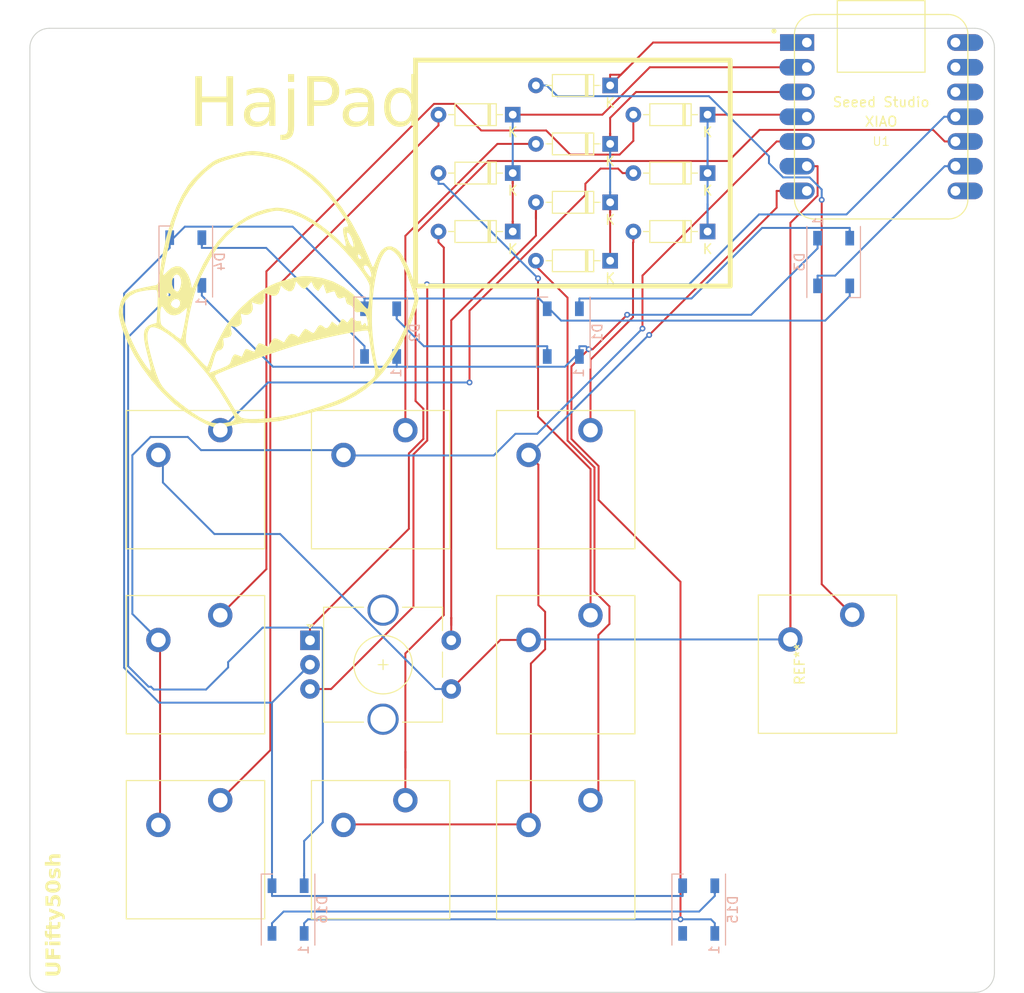
<source format=kicad_pcb>
(kicad_pcb (version 20240108) (generator "pcbnew") (generator_version "8.0")
  (layers (0 "F.Cu" signal) (31 "B.Cu" signal) (34 "B.Paste" user) (35 "F.Paste" user) (36 "B.SilkS" user "B.Silkscreen") (37 "F.SilkS" user "F.Silkscreen") (38 "B.Mask" user) (39 "F.Mask" user) (44 "Edge.Cuts" user))
  (net 0 "")
  (net 1 "VCC")
  (net 2 "WS2812B")
  (net 3 "Net-(D1-DOUT)")
  (net 4 "GND")
  (net 5 "Net-(D2-DOUT)")
  (net 6 "ROW0")
  (net 7 "Net-(D5-A)")
  (net 8 "ROW1")
  (net 9 "Net-(D6-A)")
  (net 10 "Net-(D7-A)")
  (net 11 "ROW2")
  (net 12 "Net-(D8-A)")
  (net 13 "RES2")
  (net 14 "Net-(D10-A)")
  (net 15 "Net-(D11-A)")
  (net 16 "ROW3")
  (net 17 "Net-(D12-A)")
  (net 18 "Net-(D13-A)")
  (net 19 "Net-(D14-A)")
  (net 20 "REA")
  (net 21 "COL1")
  (net 22 "REB")
  (net 23 "COL0")
  (net 24 "COL2")
  (net 29 "Net-(D15-DIN)")
  (net 30 "Net-(D1-DIN)")
  (net 31 "Net-(D16-DIN)")
  (footprint "PCM_Switch_Keyboard_Cherry_MX:SW_Cherry_MX_PCB_1.00u" (layer "F.Cu") (at 112.0145 98.982)
    (property "Reference" "SW5" (hide yes))
    (property "Value" "SW_Push_45deg")
  )
  (footprint "Diode_THT:D_DO-35_SOD27_P7.62mm_Horizontal" (layer "F.Cu") (at 144.5745 73.5 180)
    (property "Reference" "D13" (hide yes))
    (property "Value" "1N4148")
  )
  (footprint "Seeed_Studio_XIAO_Series:XIAO-Generic-Hybrid-14P-2.54-21X17.8MM" (layer "F.Cu") (at 182.3895 61.712)
    (property "Reference" "U1")
    (property "Value" "Seeed Studio XIAO SAMD21" (hide yes))
  )
  (footprint "LOGO" (layer "F.Cu") (at 119.9 77.1 15)
    (property "Reference" "G***" (hide yes))
    (property "Value" "LOGO" (hide yes))
  )
  (footprint "Diode_THT:D_DO-35_SOD27_P7.62mm_Horizontal" (layer "F.Cu") (at 164.5745 67.5 180)
    (property "Reference" "D6" (hide yes))
    (property "Value" "1N4148")
  )
  (footprint "MountingHole:MountingHole_2.1mm" (layer "F.Cu") (at 189 146.4)
    (property "Reference" "REF**" (hide yes))
    (property "Value" "MountingHole_2.1mm")
  )
  (footprint "Diode_THT:D_DO-35_SOD27_P7.62mm_Horizontal" (layer "F.Cu") (at 154.5745 70.5 180)
    (property "Reference" "D9" (hide yes))
    (property "Value" "1N4148" (hide yes))
  )
  (footprint "Rotary_Encoder:RotaryEncoder_Alps_EC11E-Switch_Vertical_H20mm_CircularMountingHoles" (layer "F.Cu") (at 123.7645 115.482)
    (property "Reference" "SW1" (hide yes))
    (property "Value" "RotaryEncoder_Switch")
  )
  (footprint "Diode_THT:D_DO-35_SOD27_P7.62mm_Horizontal" (layer "F.Cu") (at 144.5745 61.5 180)
    (property "Reference" "D11" (hide yes))
    (property "Value" "1N4148")
  )
  (footprint "PCM_Switch_Keyboard_Cherry_MX:SW_Cherry_MX_PCB_1.00u" (layer "F.Cu") (at 131.0145 98.982)
    (property "Reference" "SW3" (hide yes))
    (property "Value" "SW_Push_45deg")
  )
  (footprint "PCM_Switch_Keyboard_Cherry_MX:SW_Cherry_MX_PCB_1.00u" (layer "F.Cu") (at 131.0145 136.982)
    (property "Reference" "SW10" (hide yes))
    (property "Value" "SW_Push_45deg")
  )
  (footprint "PCM_Switch_Keyboard_Cherry_MX:SW_Cherry_MX_PCB_1.00u" (layer "F.Cu") (at 150.0145 136.982)
    (property "Reference" "SW9" (hide yes))
    (property "Value" "SW_Push_45deg")
  )
  (footprint "PCM_Switch_Keyboard_Cherry_MX:SW_Cherry_MX_PCB_1.00u" (layer "F.Cu") (at 112.0145 136.982)
    (property "Reference" "SW4" (hide yes))
    (property "Value" "SW_Push_45deg")
  )
  (footprint "MountingHole:MountingHole_2.1mm" (layer "F.Cu") (at 100 57.7)
    (property "Reference" "REF**" (hide yes))
    (property "Value" "MountingHole_2.1mm")
  )
  (footprint "PCM_Switch_Keyboard_Cherry_MX:SW_Cherry_MX_PCB_1.00u" (layer "F.Cu") (at 112.0145 117.982)
    (property "Reference" "SW2" (hide yes))
    (property "Value" "SW_Push_45deg")
  )
  (footprint "Diode_THT:D_DO-35_SOD27_P7.62mm_Horizontal" (layer "F.Cu") (at 164.5745 73.5 180)
    (property "Reference" "D7" (hide yes))
    (property "Value" "1N4148")
  )
  (footprint "PCM_Switch_Keyboard_Cherry_MX:SW_Cherry_MX_PCB_1.00u" (layer "F.Cu") (at 150.0145 117.982)
    (property "Reference" "SW6" (hide yes))
    (property "Value" "SW_Push_45deg")
  )
  (footprint "Diode_THT:D_DO-35_SOD27_P7.62mm_Horizontal" (layer "F.Cu") (at 164.5745 61.5 180)
    (property "Reference" "D5" (hide yes))
    (property "Value" "1N4148")
  )
  (footprint "PCM_Switch_Keyboard_Cherry_MX:SW_Cherry_MX_PCB_3.00u_90deg" (layer "F.Cu") (at 176.8845 117.932)
    (property "Reference" "SW7" (hide yes))
    (property "Value" "SW_Push_45deg")
  )
  (footprint "Diode_THT:D_DO-35_SOD27_P7.62mm_Horizontal" (layer "F.Cu") (at 144.5745 67.5 180)
    (property "Reference" "D12" (hide yes))
    (property "Value" "1N4148")
  )
  (footprint "PCM_Switch_Keyboard_Cherry_MX:SW_Cherry_MX_PCB_1.00u" (layer "F.Cu") (at 150.0145 98.982)
    (property "Reference" "SW8" (hide yes))
    (property "Value" "SW_Push_45deg")
  )
  (footprint "Diode_THT:D_DO-35_SOD27_P7.62mm_Horizontal" (layer "F.Cu") (at 154.5745 58.5 180)
    (property "Reference" "D14" (hide yes))
    (property "Value" "1N4148")
  )
  (footprint "MountingHole:MountingHole_2.1mm" (layer "F.Cu") (at 100 146.7)
    (property "Reference" "REF**" (hide yes))
    (property "Value" "MountingHole_2.1mm")
  )
  (footprint "Diode_THT:D_DO-35_SOD27_P7.62mm_Horizontal" (layer "F.Cu") (at 154.5745 64.5 180)
    (property "Reference" "D8" (hide yes))
    (property "Value" "1N4148")
  )
  (footprint "Diode_THT:D_DO-35_SOD27_P7.62mm_Horizontal" (layer "F.Cu") (at 154.5745 76.5 180)
    (property "Reference" "D10" (hide yes))
    (property "Value" "1N4148")
  )
  (footprint "PCM_Mounting_Keyboard_Stabilizer:Stabilizer_Cherry_MX_3.00u" (layer "F.Cu") (at 176.029551 117.932 90)
    (property "Reference" "REF**")
    (property "Value" "Stabilizer_Cherry_MX_3.00u")
  )
  (footprint "LED_SMD:LED_WS2812B_PLCC4_5.0x5.0mm_P3.2mm" (layer "B.Cu") (at 149.7645 83.882 90)
    (property "Reference" "D1")
    (property "Value" "WS2812B" (hide yes))
  )
  (footprint "LED_SMD:LED_WS2812B_PLCC4_5.0x5.0mm_P3.2mm" (layer "B.Cu") (at 131.0145 83.882 90)
    (property "Reference" "D2")
    (property "Value" "WS2812B" (hide yes))
  )
  (footprint "LED_SMD:LED_WS2812B_PLCC4_5.0x5.0mm_P3.2mm" (layer "B.Cu") (at 177.5145 76.632 -90)
    (property "Reference" "D3")
    (property "Value" "WS2812B" (hide yes))
  )
  (footprint "LED_SMD:LED_WS2812B_PLCC4_5.0x5.0mm_P3.2mm" (layer "B.Cu") (at 163.6645 143.132 90)
    (property "Reference" "D15")
    (property "Value" "WS2812B" (hide yes))
  )
  (footprint "LED_SMD:LED_WS2812B_PLCC4_5.0x5.0mm_P3.2mm" (layer "B.Cu") (at 111.0145 76.582 90)
    (property "Reference" "D4")
    (property "Value" "WS2812B" (hide yes))
  )
  (footprint "LED_SMD:LED_WS2812B_PLCC4_5.0x5.0mm_P3.2mm" (layer "B.Cu") (at 121.5145 143.132 90)
    (property "Reference" "D16")
    (property "Value" "WS2812B" (hide yes))
  )
  (gr_rect (start 134.6 55.9) (end 166.9 79.1) (stroke (width 0.5)) (fill none) (layer "F.SilkS"))
  (gr_arc (start 97.0145 151.632015) (mid 95.600286 151.046229) (end 95.0145 149.632015) (stroke (width 0.1)) (layer "Edge.Cuts"))
  (gr_arc (start 95.0145 54.632015) (mid 95.600281 53.217792) (end 97.0145 52.632015) (stroke (width 0.1)) (layer "Edge.Cuts"))
  (gr_arc (start 192.0145 52.632015) (mid 193.428714 53.217801) (end 194.0145 54.632015) (stroke (width 0.1)) (layer "Edge.Cuts"))
  (gr_line (start 194.0145 54.632015) (end 194.0145 149.632015) (stroke (width 0.1)) (layer "Edge.Cuts"))
  (gr_arc (start 194.0145 149.632015) (mid 193.428708 151.046219) (end 192.0145 151.632015) (stroke (width 0.1)) (layer "Edge.Cuts"))
  (gr_line (start 192.0145 151.632015) (end 97.0145 151.632015) (stroke (width 0.1)) (layer "Edge.Cuts"))
  (gr_line (start 97.0145 52.632015) (end 192.0145 52.632015) (stroke (width 0.1)) (layer "Edge.Cuts"))
  (gr_line (start 95.0145 149.632015) (end 95.0145 54.632015) (stroke (width 0.1)) (layer "Edge.Cuts"))
  (gr_text "HajPad" (at 111.3 63.5 0) (layer "F.SilkS") (effects (font (size 5 5) (thickness 0.1)) (justify left bottom)))
  (gr_text "UFifty50sh" (at 98.4 150.1 90) (layer "F.SilkS") (effects (font (size 1.5 1.5) (thickness 0.3) (bold yes)) (justify left bottom)))
  (segment (start 153.387 101.068) (end 153.387 97.587) (width 0.2) (layer "F.Cu") (net 1))
  (segment (start 153.387 97.587) (end 150.6 94.8) (width 0.2) (layer "F.Cu") (net 1))
  (segment (start 150.6 94.8) (end 150.6 87.358) (width 0.2) (layer "F.Cu") (net 1))
  (segment (start 150.6 87.358) (end 152.371 85.587) (width 0.2) (layer "F.Cu") (net 1))
  (segment (start 152.371 85.587) (end 152.779 85.587) (width 0.2) (layer "F.Cu") (net 1))
  (segment (start 161.793 144.132) (end 161.793 109.474) (width 0.2) (layer "F.Cu") (net 1))
  (segment (start 152.779 85.587) (end 156.32 82.0461) (width 0.2) (layer "F.Cu") (net 1))
  (segment (start 161.793 109.474) (end 153.387 101.068) (width 0.2) (layer "F.Cu") (net 1))
  (via (at 152.371 85.587) (size 0.6) (drill 0.3) (layers "F.Cu" "B.Cu") (net 1))
  (via (at 161.793 144.132) (size 0.6) (drill 0.3) (layers "F.Cu" "B.Cu") (net 1))
  (via (at 156.32 82.0461) (size 0.6) (drill 0.3) (layers "F.Cu" "B.Cu") (net 1))
  (segment (start 151.414 85.907) (end 151.414 85.2803) (width 0.2) (layer "B.Cu") (net 1))
  (segment (start 132.6645 86.332) (end 132.664 86.3325) (width 0.2) (layer "B.Cu") (net 1))
  (segment (start 112.664 79.0325) (end 112.664 79.5578) (width 0.2) (layer "B.Cu") (net 1))
  (segment (start 123.164 145.5815) (end 123.164 145.056) (width 0.2) (layer "B.Cu") (net 1))
  (segment (start 151.4145 86.0137) (end 151.4145 86.332) (width 0.2) (layer "B.Cu") (net 1))
  (segment (start 175.864 74.1825) (end 175.864 74.7078) (width 0.2) (layer "B.Cu") (net 1))
  (segment (start 132.664 87.3837) (end 149.938 87.3837) (width 0.2) (layer "B.Cu") (net 1))
  (segment (start 165.3145 145.582) (end 165.314 145.5815) (width 0.2) (layer "B.Cu") (net 1))
  (segment (start 151.414 85.907) (end 151.414 86.0132) (width 0.2) (layer "B.Cu") (net 1))
  (segment (start 175.864 75.2337) (end 175.864 74.7078) (width 0.2) (layer "B.Cu") (net 1))
  (segment (start 164.917 144.132) (end 165.314 144.53) (width 0.2) (layer "B.Cu") (net 1))
  (segment (start 151.414 86.0132) (end 151.414 86.1195) (width 0.2) (layer "B.Cu") (net 1))
  (segment (start 123.164 144.53) (end 123.164 145.056) (width 0.2) (layer "B.Cu") (net 1))
  (segment (start 161.793 144.132) (end 123.562 144.132) (width 0.2) (layer "B.Cu") (net 1))
  (segment (start 169.052 82.0461) (end 175.864 75.2337) (width 0.2) (layer "B.Cu") (net 1))
  (segment (start 123.1645 145.582) (end 123.164 145.5815) (width 0.2) (layer "B.Cu") (net 1))
  (segment (start 132.664 87.3837) (end 119.964 87.3837) (width 0.2) (layer "B.Cu") (net 1))
  (segment (start 152.064 85.2803) (end 152.371 85.587) (width 0.2) (layer "B.Cu") (net 1))
  (segment (start 112.6645 79.032) (end 112.664 79.0325) (width 0.2) (layer "B.Cu") (net 1))
  (segment (start 119.964 87.3837) (end 112.664 80.0837) (width 0.2) (layer "B.Cu") (net 1))
  (segment (start 151.414 86.0132) (end 151.4145 86.0137) (width 0.2) (layer "B.Cu") (net 1))
  (segment (start 165.314 144.53) (end 165.314 145.056) (width 0.2) (layer "B.Cu") (net 1))
  (segment (start 112.664 80.0837) (end 112.664 79.5578) (width 0.2) (layer "B.Cu") (net 1))
  (segment (start 149.938 87.3837) (end 151.414 85.907) (width 0.2) (layer "B.Cu") (net 1))
  (segment (start 156.32 82.0461) (end 169.052 82.0461) (width 0.2) (layer "B.Cu") (net 1))
  (segment (start 175.8645 74.182) (end 175.864 74.1825) (width 0.2) (layer "B.Cu") (net 1))
  (segment (start 161.793 144.132) (end 164.917 144.132) (width 0.2) (layer "B.Cu") (net 1))
  (segment (start 165.314 145.5815) (end 165.314 145.056) (width 0.2) (layer "B.Cu") (net 1))
  (segment (start 132.664 87.3837) (end 132.664 86.8578) (width 0.2) (layer "B.Cu") (net 1))
  (segment (start 151.414 85.2803) (end 152.064 85.2803) (width 0.2) (layer "B.Cu") (net 1))
  (segment (start 123.562 144.132) (end 123.164 144.53) (width 0.2) (layer "B.Cu") (net 1))
  (segment (start 132.664 86.3325) (end 132.664 86.8578) (width 0.2) (layer "B.Cu") (net 1))
  (segment (start 177.674 78.0303) (end 175.864 78.0303) (width 0.2) (layer "B.Cu") (net 2))
  (segment (start 175.864 78.0303) (end 175.864 78.2932) (width 0.2) (layer "B.Cu") (net 2))
  (segment (start 188.913 66.792) (end 177.674 78.0303) (width 0.2) (layer "B.Cu") (net 2))
  (segment (start 175.864 78.2932) (end 175.864 78.5561) (width 0.2) (layer "B.Cu") (net 2))
  (segment (start 175.864 78.2932) (end 175.8645 78.2937) (width 0.2) (layer "B.Cu") (net 2))
  (segment (start 175.8645 78.2937) (end 175.8645 79.082) (width 0.2) (layer "B.Cu") (net 2))
  (segment (start 190.014 66.792) (end 188.913 66.792) (width 0.2) (layer "B.Cu") (net 2))
  (segment (start 190.014 66.792) (end 190.0145 66.792) (width 0.2) (layer "B.Cu") (net 2))
  (segment (start 148.114 85.5432) (end 148.1145 85.5437) (width 0.2) (layer "B.Cu") (net 3))
  (segment (start 132.6645 82.2202) (end 132.6645 81.432) (width 0.2) (layer "B.Cu") (net 3))
  (segment (start 132.664 82.2207) (end 132.6645 82.2202) (width 0.2) (layer "B.Cu") (net 3))
  (segment (start 135.461 85.2803) (end 132.664 82.4837) (width 0.2) (layer "B.Cu") (net 3))
  (segment (start 132.664 82.2207) (end 132.664 81.9578) (width 0.2) (layer "B.Cu") (net 3))
  (segment (start 132.664 82.4837) (end 132.664 82.2207) (width 0.2) (layer "B.Cu") (net 3))
  (segment (start 148.114 85.8061) (end 148.114 85.5432) (width 0.2) (layer "B.Cu") (net 3))
  (segment (start 148.1145 85.5437) (end 148.1145 86.332) (width 0.2) (layer "B.Cu") (net 3))
  (segment (start 148.114 85.5432) (end 148.114 85.2803) (width 0.2) (layer "B.Cu") (net 3))
  (segment (start 148.114 85.2803) (end 135.461 85.2803) (width 0.2) (layer "B.Cu") (net 3))
  (segment (start 129.366 80.3803) (end 129.364 80.3818) (width 0.2) (layer "B.Cu") (net 4))
  (segment (start 109.3645 74.132) (end 109.364 74.1325) (width 0.2) (layer "B.Cu") (net 4))
  (segment (start 179.164 79.0825) (end 179.164 79.6078) (width 0.2) (layer "B.Cu") (net 4))
  (segment (start 148.1145 81.2731) (end 148.1145 81.432) (width 0.2) (layer "B.Cu") (net 4))
  (segment (start 162.014 141.734) (end 162.014 141.208) (width 0.2) (layer "B.Cu") (net 4))
  (segment (start 108.272 121.882) (end 119.864 121.882) (width 0.2) (layer "B.Cu") (net 4))
  (segment (start 122.714 119.032) (end 123.064 118.682) (width 0.2) (layer "B.Cu") (net 4))
  (segment (start 179.164 80.1337) (end 179.164 79.6078) (width 0.2) (layer "B.Cu") (net 4))
  (segment (start 129.364 81.4315) (end 129.364 80.9069) (width 0.2) (layer "B.Cu") (net 4))
  (segment (start 119.864 139.971) (end 119.864 140.3265) (width 0.2) (layer "B.Cu") (net 4))
  (segment (start 109.364 74.1325) (end 109.364 74.3445) (width 0.2) (layer "B.Cu") (net 4))
  (segment (start 104.686 118.297) (end 108.272 121.882) (width 0.2) (layer "B.Cu") (net 4))
  (segment (start 148.114 81.2195) (end 148.114 81.2726) (width 0.2) (layer "B.Cu") (net 4))
  (segment (start 109.364 74.557) (end 109.364 75.1837) (width 0.2) (layer "B.Cu") (net 4))
  (segment (start 104.686 79.8617) (end 104.686 118.297) (width 0.2) (layer "B.Cu") (net 4))
  (segment (start 119.864 139.97) (end 119.864 121.882) (width 0.2) (layer "B.Cu") (net 4))
  (segment (start 147.275 80.3803) (end 129.366 80.3803) (width 0.2) (layer "B.Cu") (net 4))
  (segment (start 148.114 81.2195) (end 147.275 80.3803) (width 0.2) (layer "B.Cu") (net 4))
  (segment (start 109.364 75.1837) (end 104.686 79.8617) (width 0.2) (layer "B.Cu") (net 4))
  (segment (start 148.114 81.2726) (end 148.114 81.3257) (width 0.2) (layer "B.Cu") (net 4))
  (segment (start 122.7145 119.032) (end 123.7645 117.982) (width 0.2) (layer "B.Cu") (net 4))
  (segment (start 129.364 80.9069) (end 129.364 80.3818) (width 0.2) (layer "B.Cu") (net 4))
  (segment (start 162.0145 140.682) (end 162.014 140.6825) (width 0.2) (layer "B.Cu") (net 4))
  (segment (start 119.864 140.3265) (end 119.864 140.682) (width 0.2) (layer "B.Cu") (net 4))
  (segment (start 119.864 121.882) (end 122.714 119.032) (width 0.2) (layer "B.Cu") (net 4))
  (segment (start 148.114 81.2195) (end 149.543 82.6478) (width 0.2) (layer "B.Cu") (net 4))
  (segment (start 148.114 81.2726) (end 148.1145 81.2731) (width 0.2) (layer "B.Cu") (net 4))
  (segment (start 129.364 80.3803) (end 121.986 73.0016) (width 0.2) (layer "B.Cu") (net 4))
  (segment (start 119.864 139.971) (end 119.864 139.97) (width 0.2) (layer "B.Cu") (net 4))
  (segment (start 121.986 73.0016) (end 110.92 73.0016) (width 0.2) (layer "B.Cu") (net 4))
  (segment (start 122.714 119.032) (end 122.7145 119.032) (width 0.2) (layer "B.Cu") (net 4))
  (segment (start 129.3645 81.432) (end 129.364 81.4315) (width 0.2) (layer "B.Cu") (net 4))
  (segment (start 149.543 82.6478) (end 176.65 82.6478) (width 0.2) (layer "B.Cu") (net 4))
  (segment (start 119.864 140.3265) (end 119.864 139.971) (width 0.2) (layer "B.Cu") (net 4))
  (segment (start 119.864 140.682) (end 119.864 141.734) (width 0.2) (layer "B.Cu") (net 4))
  (segment (start 110.92 73.0016) (end 109.364 74.557) (width 0.2) (layer "B.Cu") (net 4))
  (segment (start 119.8645 140.327) (end 119.8645 140.682) (width 0.2) (layer "B.Cu") (net 4))
  (segment (start 129.364 80.3818) (end 129.364 80.3803) (width 0.2) (layer "B.Cu") (net 4))
  (segment (start 119.864 140.682) (end 119.864 140.3265) (width 0.2) (layer "B.Cu") (net 4))
  (segment (start 176.65 82.6478) (end 179.164 80.1337) (width 0.2) (layer "B.Cu") (net 4))
  (segment (start 119.864 140.3265) (end 119.8645 140.327) (width 0.2) (layer "B.Cu") (net 4))
  (segment (start 119.864 141.734) (end 162.014 141.734) (width 0.2) (layer "B.Cu") (net 4))
  (segment (start 119.864 139.97) (end 119.864 139.971) (width 0.2) (layer "B.Cu") (net 4))
  (segment (start 109.364 74.557) (end 109.364 74.3445) (width 0.2) (layer "B.Cu") (net 4))
  (segment (start 162.014 140.6825) (end 162.014 141.208) (width 0.2) (layer "B.Cu") (net 4))
  (segment (start 179.1645 79.082) (end 179.164 79.0825) (width 0.2) (layer "B.Cu") (net 4))
  (segment (start 112.6645 74.9202) (end 112.6645 74.132) (width 0.2) (layer "B.Cu") (net 5))
  (segment (start 112.664 74.6578) (end 112.664 74.9207) (width 0.2) (layer "B.Cu") (net 5))
  (segment (start 129.364 85.5432) (end 129.3645 85.5437) (width 0.2) (layer "B.Cu") (net 5))
  (segment (start 129.364 85.5432) (end 129.364 85.8061) (width 0.2) (layer "B.Cu") (net 5))
  (segment (start 112.664 74.9207) (end 112.664 75.1837) (width 0.2) (layer "B.Cu") (net 5))
  (segment (start 129.3645 85.5437) (end 129.3645 86.332) (width 0.2) (layer "B.Cu") (net 5))
  (segment (start 129.364 85.2803) (end 129.364 85.5432) (width 0.2) (layer "B.Cu") (net 5))
  (segment (start 112.664 75.1837) (end 119.268 75.1837) (width 0.2) (layer "B.Cu") (net 5))
  (segment (start 119.268 75.1837) (end 129.364 85.2803) (width 0.2) (layer "B.Cu") (net 5))
  (segment (start 112.664 74.9207) (end 112.6645 74.9202) (width 0.2) (layer "B.Cu") (net 5))
  (segment (start 174.685 61.6325) (end 174.764 61.712) (width 0.2) (layer "F.Cu") (net 6))
  (segment (start 174.685 61.6325) (end 174.7645 61.712) (width 0.2) (layer "F.Cu") (net 6))
  (segment (start 174.605 61.553) (end 174.658 61.606) (width 0.2) (layer "F.Cu") (net 6))
  (segment (start 164.574 61.5) (end 164.5745 61.5) (width 0.2) (layer "F.Cu") (net 6))
  (segment (start 174.606 61.553) (end 174.685 61.6325) (width 0.2) (layer "F.Cu") (net 6))
  (segment (start 174.552 61.5) (end 174.605 61.553) (width 0.2) (layer "F.Cu") (net 6))
  (segment (start 164.5745 61.5) (end 174.552 61.5) (width 0.2) (layer "F.Cu") (net 6))
  (segment (start 174.605 61.553) (end 174.606 61.553) (width 0.2) (layer "F.Cu") (net 6))
  (segment (start 164.574 67.5) (end 164.574 66.7971) (width 0.2) (layer "B.Cu") (net 6))
  (segment (start 164.574 66.7971) (end 164.574 67.5) (width 0.2) (layer "B.Cu") (net 6))
  (segment (start 164.574 66.0937) (end 164.574 66.0942) (width 0.2) (layer "B.Cu") (net 6))
  (segment (start 164.5745 61.5) (end 164.574 61.5) (width 0.2) (layer "B.Cu") (net 6))
  (segment (start 164.574 70.6875) (end 164.574 67.875) (width 0.2) (layer "B.Cu") (net 6))
  (segment (start 164.574 66.7971) (end 164.574 66.0942) (width 0.2) (layer "B.Cu") (net 6))
  (segment (start 164.574 61.5) (end 164.574 66.0937) (width 0.2) (layer "B.Cu") (net 6))
  (segment (start 164.5745 66.7976) (end 164.5745 67.5) (width 0.2) (layer "B.Cu") (net 6))
  (segment (start 164.574 67.875) (end 164.574 67.8745) (width 0.2) (layer "B.Cu") (net 6))
  (segment (start 164.574 70.6875) (end 164.5745 70.688) (width 0.2) (layer "B.Cu") (net 6))
  (segment (start 164.574 67.5) (end 164.574 67.8745) (width 0.2) (layer "B.Cu") (net 6))
  (segment (start 164.574 66.0942) (end 164.574 66.0937) (width 0.2) (layer "B.Cu") (net 6))
  (segment (start 164.574 73.5) (end 164.574 70.6875) (width 0.2) (layer "B.Cu") (net 6))
  (segment (start 164.574 66.0942) (end 164.574 66.7971) (width 0.2) (layer "B.Cu") (net 6))
  (segment (start 164.574 67.8745) (end 164.574 67.875) (width 0.2) (layer "B.Cu") (net 6))
  (segment (start 164.5745 70.688) (end 164.5745 73.5) (width 0.2) (layer "B.Cu") (net 6))
  (segment (start 164.574 66.7971) (end 164.5745 66.7976) (width 0.2) (layer "B.Cu") (net 6))
  (segment (start 164.574 67.8745) (end 164.574 67.5) (width 0.2) (layer "B.Cu") (net 6))
  (segment (start 119.289 108.167) (end 114.5545 112.9015) (width 0.2) (layer "F.Cu") (net 7))
  (segment (start 138.612 60.3915) (end 136.494 60.3915) (width 0.2) (layer "F.Cu") (net 7))
  (segment (start 156.954 64.1876) (end 155.54 65.6017) (width 0.2) (layer "F.Cu") (net 7))
  (segment (start 155.54 65.6017) (end 150.484 65.6017) (width 0.2) (layer "F.Cu") (net 7))
  (segment (start 156.9545 61.5) (end 156.954 61.5) (width 0.2) (layer "F.Cu") (net 7))
  (segment (start 150.484 65.6017) (end 148.008 63.1257) (width 0.2) (layer "F.Cu") (net 7))
  (segment (start 119.289 77.5965) (end 119.289 108.167) (width 0.2) (layer "F.Cu") (net 7))
  (segment (start 136.494 60.3915) (end 119.289 77.5965) (width 0.2) (layer "F.Cu") (net 7))
  (segment (start 114.5545 112.9015) (end 114.554 112.902) (width 0.2) (layer "F.Cu") (net 7))
  (segment (start 141.346 63.1257) (end 138.612 60.3915) (width 0.2) (layer "F.Cu") (net 7))
  (segment (start 114.5545 112.9015) (end 114.5545 112.902) (width 0.2) (layer "F.Cu") (net 7))
  (segment (start 148.008 63.1257) (end 141.346 63.1257) (width 0.2) (layer "F.Cu") (net 7))
  (segment (start 156.954 61.5) (end 156.954 64.1876) (width 0.2) (layer "F.Cu") (net 7))
  (segment (start 154.574 63.45) (end 154.5745 63.4505) (width 0.2) (layer "F.Cu") (net 8))
  (segment (start 154.574 63.45) (end 154.574 64.5) (width 0.2) (layer "F.Cu") (net 8))
  (segment (start 157.228 59.172) (end 154.574 61.8255) (width 0.2) (layer "F.Cu") (net 8))
  (segment (start 154.574 71.55) (end 154.5745 71.5495) (width 0.2) (layer "F.Cu") (net 8))
  (segment (start 154.574 71.55) (end 154.574 70.5) (width 0.2) (layer "F.Cu") (net 8))
  (segment (start 174.764 59.172) (end 157.228 59.172) (width 0.2) (layer "F.Cu") (net 8))
  (segment (start 154.5745 76.5) (end 154.574 76.5) (width 0.2) (layer "F.Cu") (net 8))
  (segment (start 174.764 59.172) (end 174.7645 59.172) (width 0.2) (layer "F.Cu") (net 8))
  (segment (start 154.5745 71.5495) (end 154.5745 70.5) (width 0.2) (layer "F.Cu") (net 8))
  (segment (start 154.574 76.5) (end 154.574 71.55) (width 0.2) (layer "F.Cu") (net 8))
  (segment (start 154.574 61.8255) (end 154.574 63.45) (width 0.2) (layer "F.Cu") (net 8))
  (segment (start 154.5745 63.4505) (end 154.5745 64.5) (width 0.2) (layer "F.Cu") (net 8))
  (segment (start 154.574 65.55) (end 154.574 64.5) (width 0.2) (layer "B.Cu") (net 8))
  (segment (start 154.574 70.5) (end 154.574 69.45) (width 0.2) (layer "B.Cu") (net 8))
  (segment (start 154.5745 69.4505) (end 154.5745 70.5) (width 0.2) (layer "B.Cu") (net 8))
  (segment (start 154.574 65.55) (end 154.5745 65.5495) (width 0.2) (layer "B.Cu") (net 8))
  (segment (start 154.574 69.45) (end 154.574 65.55) (width 0.2) (layer "B.Cu") (net 8))
  (segment (start 154.574 69.45) (end 154.5745 69.4505) (width 0.2) (layer "B.Cu") (net 8))
  (segment (start 154.5745 65.5495) (end 154.5745 64.5) (width 0.2) (layer "B.Cu") (net 8))
  (segment (start 155.389 67.0361) (end 155.853 67.5) (width 0.2) (layer "F.Cu") (net 9))
  (segment (start 140.139 81.6306) (end 152.029 69.7408) (width 0.2) (layer "F.Cu") (net 9))
  (segment (start 153.587 67.0361) (end 155.389 67.0361) (width 0.2) (layer "F.Cu") (net 9))
  (segment (start 140.139 89.0014) (end 140.139 81.6306) (width 0.2) (layer "F.Cu") (net 9))
  (segment (start 152.029 68.5948) (end 153.587 67.0361) (width 0.2) (layer "F.Cu") (net 9))
  (segment (start 156.9545 67.5) (end 156.954 67.5) (width 0.2) (layer "F.Cu") (net 9))
  (segment (start 155.853 67.5) (end 156.954 67.5) (width 0.2) (layer "F.Cu") (net 9))
  (segment (start 152.029 69.7408) (end 152.029 68.5948) (width 0.2) (layer "F.Cu") (net 9))
  (via (at 140.139 89.0014) (size 0.6) (drill 0.3) (layers "F.Cu" "B.Cu") (net 9))
  (segment (start 117.004 91.4517) (end 114.554 93.902) (width 0.2) (layer "B.Cu") (net 9))
  (segment (start 114.554 93.9017) (end 117.004 91.4517) (width 0.2) (layer "B.Cu") (net 9))
  (segment (start 114.554 93.902) (end 114.554 93.9018) (width 0.2) (layer "B.Cu") (net 9))
  (segment (start 119.455 89.0014) (end 117.004 91.4517) (width 0.2) (layer "B.Cu") (net 9))
  (segment (start 114.554 93.9018) (end 114.5543 93.9018) (width 0.2) (layer "B.Cu") (net 9))
  (segment (start 140.139 89.0014) (end 119.455 89.0014) (width 0.2) (layer "B.Cu") (net 9))
  (segment (start 114.554 93.9018) (end 114.554 93.9017) (width 0.2) (layer "B.Cu") (net 9))
  (segment (start 114.5543 93.9018) (end 114.5545 93.902) (width 0.2) (layer "B.Cu") (net 9))
  (segment (start 152.5545 91.7) (end 152.5545 93.902) (width 0.2) (layer "F.Cu") (net 10))
  (segment (start 152.554 91.6995) (end 152.5545 91.7) (width 0.2) (layer "F.Cu") (net 10))
  (segment (start 152.554 86.662) (end 152.554 88.472) (width 0.2) (layer "F.Cu") (net 10))
  (segment (start 156.921 74.635) (end 156.921 82.2953) (width 0.2) (layer "F.Cu") (net 10))
  (segment (start 156.9545 74.3257) (end 156.9545 73.5) (width 0.2) (layer "F.Cu") (net 10))
  (segment (start 156.954 74.0508) (end 156.954 74.3262) (width 0.2) (layer "F.Cu") (net 10))
  (segment (start 152.554 88.472) (end 152.554 91.6995) (width 0.2) (layer "F.Cu") (net 10))
  (segment (start 152.554 88.472) (end 152.5545 88.4725) (width 0.2) (layer "F.Cu") (net 10))
  (segment (start 152.5545 88.4725) (end 152.5545 91.7) (width 0.2) (layer "F.Cu") (net 10))
  (segment (start 156.954 74.3262) (end 156.954 74.6017) (width 0.2) (layer "F.Cu") (net 10))
  (segment (start 156.921 82.2953) (end 152.554 86.662) (width 0.2) (layer "F.Cu") (net 10))
  (segment (start 156.954 74.6017) (end 156.921 74.635) (width 0.2) (layer "F.Cu") (net 10))
  (segment (start 156.954 74.3262) (end 156.9545 74.3257) (width 0.2) (layer "F.Cu") (net 10))
  (segment (start 144.5745 68.5495) (end 144.5745 67.5) (width 0.2) (layer "F.Cu") (net 11))
  (segment (start 158.642 56.632) (end 153.774 61.5) (width 0.2) (layer "F.Cu") (net 11))
  (segment (start 144.574 68.55) (end 144.5745 68.5495) (width 0.2) (layer "F.Cu") (net 11))
  (segment (start 144.574 73.5) (end 144.574 72.45) (width 0.2) (layer "F.Cu") (net 11))
  (segment (start 144.574 72.45) (end 144.574 68.55) (width 0.2) (layer "F.Cu") (net 11))
  (segment (start 174.764 56.632) (end 158.642 56.632) (width 0.2) (layer "F.Cu") (net 11))
  (segment (start 144.574 72.45) (end 144.5745 72.4505) (width 0.2) (layer "F.Cu") (net 11))
  (segment (start 153.774 61.5) (end 144.5745 61.5) (width 0.2) (layer "F.Cu") (net 11))
  (segment (start 144.5745 72.4505) (end 144.5745 73.5) (width 0.2) (layer "F.Cu") (net 11))
  (segment (start 144.5745 61.5) (end 144.574 61.5) (width 0.2) (layer "F.Cu") (net 11))
  (segment (start 174.764 56.632) (end 174.7645 56.632) (width 0.2) (layer "F.Cu") (net 11))
  (segment (start 144.574 68.55) (end 144.574 67.5) (width 0.2) (layer "F.Cu") (net 11))
  (segment (start 144.5745 61.5) (end 144.574 61.5) (width 0.2) (layer "B.Cu") (net 11))
  (segment (start 144.574 66.45) (end 144.574 67.5) (width 0.2) (layer "B.Cu") (net 11))
  (segment (start 144.5745 66.4505) (end 144.5745 67.5) (width 0.2) (layer "B.Cu") (net 11))
  (segment (start 144.574 61.5) (end 144.574 66.45) (width 0.2) (layer "B.Cu") (net 11))
  (segment (start 144.574 66.45) (end 144.5745 66.4505) (width 0.2) (layer "B.Cu") (net 11))
  (segment (start 133.5545 79.5514) (end 133.5545 93.902) (width 0.2) (layer "F.Cu") (net 12))
  (segment (start 146.9545 64.5) (end 143 64.5) (width 0.2) (layer "F.Cu") (net 12))
  (segment (start 133.554 73.946) (end 133.554 79.5509) (width 0.2) (layer "F.Cu") (net 12))
  (segment (start 133.554 79.5509) (end 133.5545 79.5514) (width 0.2) (layer "F.Cu") (net 12))
  (segment (start 143 64.5) (end 133.554 73.946) (width 0.2) (layer "F.Cu") (net 12))
  (segment (start 146.9545 72.0745) (end 146.9545 70.5) (width 0.2) (layer "F.Cu") (net 13))
  (segment (start 146.954 72.2) (end 146.9545 72.1995) (width 0.2) (layer "F.Cu") (net 13))
  (segment (start 146.954 73.9263) (end 146.954 72.2) (width 0.2) (layer "F.Cu") (net 13))
  (segment (start 146.954 72.075) (end 146.9545 72.0745) (width 0.2) (layer "F.Cu") (net 13))
  (segment (start 138.2645 113.1744) (end 138.2645 115.482) (width 0.2) (layer "F.Cu") (net 13))
  (segment (start 138.264 113.1739) (end 138.264 82.6163) (width 0.2) (layer "F.Cu") (net 13))
  (segment (start 146.954 72.075) (end 146.954 71.55) (width 0.2) (layer "F.Cu") (net 13))
  (segment (start 146.9545 72.1995) (end 146.9545 70.5) (width 0.2) (layer "F.Cu") (net 13))
  (segment (start 138.264 113.943) (end 138.264 113.1739) (width 0.2) (layer "F.Cu") (net 13))
  (segment (start 138.264 113.1739) (end 138.2645 113.1744) (width 0.2) (layer "F.Cu") (net 13))
  (segment (start 138.264 82.6163) (end 146.954 73.9263) (width 0.2) (layer "F.Cu") (net 13))
  (segment (start 146.954 72.2) (end 146.954 72.075) (width 0.2) (layer "F.Cu") (net 13))
  (segment (start 153.363 131.094) (end 153.1605 131.296) (width 0.2) (layer "F.Cu") (net 14))
  (segment (start 152.965 110.465) (end 154.5 112) (width 0.2) (layer "F.Cu") (net 14))
  (segment (start 154.5 113.8) (end 153.363 114.937) (width 0.2) (layer "F.Cu") (net 14))
  (segment (start 154.5 112) (end 154.5 113.8) (width 0.2) (layer "F.Cu") (net 14))
  (segment (start 150.2 80.2968) (end 150.2 94.965686) (width 0.2) (layer "F.Cu") (net 14))
  (segment (start 150.2 94.965686) (end 152.965 97.730686) (width 0.2) (layer "F.Cu") (net 14))
  (segment (start 153.1605 131.296) (end 152.5545 131.902) (width 0.2) (layer "F.Cu") (net 14))
  (segment (start 153.1605 131.296) (end 152.958 131.498) (width 0.2) (layer "F.Cu") (net 14))
  (segment (start 153.363 114.937) (end 153.363 131.094) (width 0.2) (layer "F.Cu") (net 14))
  (segment (start 146.954 77.0508) (end 150.2 80.2968) (width 0.2) (layer "F.Cu") (net 14))
  (segment (start 146.9545 77.0503) (end 146.9545 76.5) (width 0.2) (layer "F.Cu") (net 14))
  (segment (start 146.954 77.0508) (end 146.9545 77.0503) (width 0.2) (layer "F.Cu") (net 14))
  (segment (start 152.965 97.730686) (end 152.965 110.465) (width 0.2) (layer "F.Cu") (net 14))
  (segment (start 146.954 76.5) (end 146.954 77.0508) (width 0.2) (layer "F.Cu") (net 14))
  (segment (start 136.954 61.5) (end 136.954 62.0508) (width 0.2) (layer "F.Cu") (net 15))
  (segment (start 136.9545 62.0503) (end 136.9545 61.5) (width 0.2) (layer "F.Cu") (net 15))
  (segment (start 136.954 62.6017) (end 119.691 79.8653) (width 0.2) (layer "F.Cu") (net 15))
  (segment (start 136.954 62.0508) (end 136.954 62.6017) (width 0.2) (layer "F.Cu") (net 15))
  (segment (start 119.691 126.766) (end 117.122 129.334) (width 0.2) (layer "F.Cu") (net 15))
  (segment (start 117.122 129.334) (end 117.122 129.3345) (width 0.2) (layer "F.Cu") (net 15))
  (segment (start 119.691 79.8653) (end 119.691 126.766) (width 0.2) (layer "F.Cu") (net 15))
  (segment (start 136.954 62.0508) (end 136.9545 62.0503) (width 0.2) (layer "F.Cu") (net 15))
  (segment (start 117.122 129.3345) (end 114.5545 131.902) (width 0.2) (layer "F.Cu") (net 15))
  (segment (start 174.764 54.092) (end 158.982 54.092) (width 0.2) (layer "F.Cu") (net 16))
  (segment (start 156.3372 56.7365) (end 155.6754 57.3983) (width 0.2) (layer "F.Cu") (net 16))
  (segment (start 154.5745 58.5) (end 154.5745 57.3983) (width 0.2) (layer "F.Cu") (net 16))
  (segment (start 174.764 54.092) (end 174.7645 54.092) (width 0.2) (layer "F.Cu") (net 16))
  (segment (start 156.3372 56.7365) (end 154.574 58.4995) (width 0.2) (layer "F.Cu") (net 16))
  (segment (start 158.982 54.092) (end 156.3372 56.7365) (width 0.2) (layer "F.Cu") (net 16))
  (segment (start 155.6754 57.3983) (end 154.5745 57.3983) (width 0.2) (layer "F.Cu") (net 16))
  (segment (start 152.5595 112.8975) (end 152.559 112.8975) (width 0.2) (layer "F.Cu") (net 17))
  (segment (start 152.561 112.896) (end 152.5595 112.8975) (width 0.2) (layer "F.Cu") (net 17))
  (segment (start 147.173 78.311) (end 147.173 92.504372) (width 0.2) (layer "F.Cu") (net 17))
  (segment (start 147.173 92.504372) (end 152.561 97.892372) (width 0.2) (layer "F.Cu") (net 17))
  (segment (start 152.559 112.8975) (end 152.5545 112.902) (width 0.2) (layer "F.Cu") (net 17))
  (segment (start 152.5595 112.8975) (end 152.558 112.899) (width 0.2) (layer "F.Cu") (net 17))
  (segment (start 152.561 97.892372) (end 152.561 112.896) (width 0.2) (layer "F.Cu") (net 17))
  (via (at 147.173 78.311) (size 0.6) (drill 0.3) (layers "F.Cu" "B.Cu") (net 17))
  (segment (start 137.464 68.6017) (end 147.173 78.311) (width 0.2) (layer "B.Cu") (net 17))
  (segment (start 136.954 67.5) (end 136.954 68.0508) (width 0.2) (layer "B.Cu") (net 17))
  (segment (start 136.954 68.6017) (end 137.464 68.6017) (width 0.2) (layer "B.Cu") (net 17))
  (segment (start 136.9545 68.0503) (end 136.9545 67.5) (width 0.2) (layer "B.Cu") (net 17))
  (segment (start 136.954 68.0508) (end 136.954 68.6017) (width 0.2) (layer "B.Cu") (net 17))
  (segment (start 136.954 68.0508) (end 136.9545 68.0503) (width 0.2) (layer "B.Cu") (net 17))
  (segment (start 137.5 75.1472) (end 137.5 112.886) (width 0.2) (layer "F.Cu") (net 18))
  (segment (start 136.954 74.6017) (end 137.5 75.1472) (width 0.2) (layer "F.Cu") (net 18))
  (segment (start 136.954 74.3262) (end 136.954 74.6017) (width 0.2) (layer "F.Cu") (net 18))
  (segment (start 133.554 126.937) (end 133.5545 126.9375) (width 0.2) (layer "F.Cu") (net 18))
  (segment (start 133.5545 126.9375) (end 133.5545 131.902) (width 0.2) (layer "F.Cu") (net 18))
  (segment (start 137.5 112.886) (end 133.554 116.831) (width 0.2) (layer "F.Cu") (net 18))
  (segment (start 136.954 74.0508) (end 136.954 74.3262) (width 0.2) (layer "F.Cu") (net 18))
  (segment (start 133.554 126.937) (end 133.554 128.592) (width 0.2) (layer "F.Cu") (net 18))
  (segment (start 133.554 116.831) (end 133.554 126.937) (width 0.2) (layer "F.Cu") (net 18))
  (segment (start 136.954 74.3262) (end 136.9545 74.3257) (width 0.2) (layer "F.Cu") (net 18))
  (segment (start 136.9545 74.3257) (end 136.9545 73.5) (width 0.2) (layer "F.Cu") (net 18))
  (segment (start 177.856 111.284) (end 179.424 112.852) (width 0.2) (layer "F.Cu") (net 19))
  (segment (start 176.288 109.716) (end 177.856 111.284) (width 0.2) (layer "F.Cu") (net 19))
  (segment (start 176.288 70.2455) (end 176.288 109.716) (width 0.2) (layer "F.Cu") (net 19))
  (segment (start 177.8565 111.284) (end 179.4245 112.852) (width 0.2) (layer "F.Cu") (net 19))
  (segment (start 177.856 111.284) (end 177.8565 111.284) (width 0.2) (layer "F.Cu") (net 19))
  (via (at 176.288 70.2455) (size 0.6) (drill 0.3) (layers "F.Cu" "B.Cu") (net 19))
  (segment (start 149.158 59.6017) (end 164.709 59.6017) (width 0.2) (layer "B.Cu") (net 19))
  (segment (start 176.288 69.1881) (end 176.288 70.2455) (width 0.2) (layer "B.Cu") (net 19))
  (segment (start 170.873 66.48) (end 172.336 67.9437) (width 0.2) (layer "B.Cu") (net 19))
  (segment (start 148.056 58.5) (end 149.158 59.6017) (width 0.2) (layer "B.Cu") (net 19))
  (segment (start 164.709 59.6017) (end 170.873 65.7659) (width 0.2) (layer "B.Cu") (net 19))
  (segment (start 146.9545 58.5) (end 148.056 58.5) (width 0.2) (layer "B.Cu") (net 19))
  (segment (start 170.873 65.7659) (end 170.873 66.48) (width 0.2) (layer "B.Cu") (net 19))
  (segment (start 146.954 58.5) (end 146.9545 58.5) (width 0.2) (layer "B.Cu") (net 19))
  (segment (start 175.044 67.9437) (end 176.288 69.1881) (width 0.2) (layer "B.Cu") (net 19))
  (segment (start 172.336 67.9437) (end 175.044 67.9437) (width 0.2) (layer "B.Cu") (net 19))
  (segment (start 123.7645 120.482) (end 125.931 120.482) (width 0.2) (layer "F.Cu") (net 20))
  (segment (start 123.764 120.482) (end 123.7645 120.482) (width 0.2) (layer "F.Cu") (net 20))
  (segment (start 134.384 96.381686) (end 135.8 94.965686) (width 0.2) (layer "F.Cu") (net 20))
  (segment (start 135.8 94.965686) (end 135.8 78.9574) (width 0.2) (layer "F.Cu") (net 20))
  (segment (start 125.931 120.482) (end 134.384 112.029) (width 0.2) (layer "F.Cu") (net 20))
  (segment (start 134.384 112.029) (end 134.384 96.381686) (width 0.2) (layer "F.Cu") (net 20))
  (segment (start 135.8 78.9574) (end 135.766 78.9234) (width 0.2) (layer "F.Cu") (net 20))
  (via (at 135.766 78.9234) (size 0.6) (drill 0.3) (layers "F.Cu" "B.Cu") (net 20))
  (segment (start 178.827 71.7477) (end 169.849 71.7477) (width 0.2) (layer "B.Cu") (net 20))
  (segment (start 190.014 61.712) (end 190.0145 61.712) (width 0.2) (layer "B.Cu") (net 20))
  (segment (start 190.014 61.712) (end 188.863 61.712) (width 0.2) (layer "B.Cu") (net 20))
  (segment (start 188.863 61.712) (end 178.827 71.7477) (width 0.2) (layer "B.Cu") (net 20))
  (segment (start 169.849 71.7477) (end 162.673 78.9234) (width 0.2) (layer "B.Cu") (net 20))
  (segment (start 162.673 78.9234) (end 135.766 78.9234) (width 0.2) (layer "B.Cu") (net 20))
  (segment (start 146.2045 115.442) (end 146.204 115.442) (width 0.2) (layer "F.Cu") (net 21))
  (segment (start 143.304 115.442) (end 138.2645 120.4815) (width 0.2) (layer "F.Cu") (net 21))
  (segment (start 173.0745 111.0889) (end 173.0745 115.392) (width 0.2) (layer "F.Cu") (net 21))
  (segment (start 174.7645 66.792) (end 175.866 66.792) (width 0.2) (layer "F.Cu") (net 21))
  (segment (start 175.866 69.8167) (end 173.074 72.6084) (width 0.2) (layer "F.Cu") (net 21))
  (segment (start 175.866 66.792) (end 175.866 69.8167) (width 0.2) (layer "F.Cu") (net 21))
  (segment (start 173.074 111.0884) (end 173.074 115.392) (width 0.2) (layer "F.Cu") (net 21))
  (segment (start 146.204 115.442) (end 143.304 115.442) (width 0.2) (layer "F.Cu") (net 21))
  (segment (start 138.2645 120.4815) (end 138.264 120.482) (width 0.2) (layer "F.Cu") (net 21))
  (segment (start 173.074 72.6084) (end 173.074 111.0884) (width 0.2) (layer "F.Cu") (net 21))
  (segment (start 138.2645 120.4815) (end 138.2645 120.482) (width 0.2) (layer "F.Cu") (net 21))
  (segment (start 173.074 111.0884) (end 173.0745 111.0889) (width 0.2) (layer "F.Cu") (net 21))
  (segment (start 108.2045 96.442) (end 108.2042 96.4423) (width 0.2) (layer "B.Cu") (net 21))
  (segment (start 108.666 96.9039) (end 108.2042 96.4424) (width 0.2) (layer "B.Cu") (net 21))
  (segment (start 146.204 115.442) (end 146.2045 115.4415) (width 0.2) (layer "B.Cu") (net 21))
  (segment (start 173.074 115.392) (end 173.0745 115.392) (width 0.2) (layer "B.Cu") (net 21))
  (segment (start 146.254 115.392) (end 173.074 115.392) (width 0.2) (layer "B.Cu") (net 21))
  (segment (start 108.666 99.2792) (end 108.666 96.9039) (width 0.2) (layer "B.Cu") (net 21))
  (segment (start 146.2045 115.4415) (end 146.254 115.392) (width 0.2) (layer "B.Cu") (net 21))
  (segment (start 138.264 120.482) (end 136.613 120.482) (width 0.2) (layer "B.Cu") (net 21))
  (segment (start 120.695 104.564) (end 113.951 104.564) (width 0.2) (layer "B.Cu") (net 21))
  (segment (start 146.2045 115.4415) (end 146.2045 115.442) (width 0.2) (layer "B.Cu") (net 21))
  (segment (start 138.264 120.482) (end 138.2645 120.482) (width 0.2) (layer "B.Cu") (net 21))
  (segment (start 108.2042 96.4423) (end 108.2042 96.4424) (width 0.2) (layer "B.Cu") (net 21))
  (segment (start 113.951 104.564) (end 108.666 99.2792) (width 0.2) (layer "B.Cu") (net 21))
  (segment (start 108.2042 96.4424) (end 108.204 96.4422) (width 0.2) (layer "B.Cu") (net 21))
  (segment (start 136.613 120.482) (end 120.695 104.564) (width 0.2) (layer "B.Cu") (net 21))
  (segment (start 142.0399 66.2601) (end 166.717 66.2601) (width 0.2) (layer "F.Cu") (net 22))
  (segment (start 123.764 114.831) (end 123.764 114.5055) (width 0.2) (layer "F.Cu") (net 22))
  (segment (start 134.6 90.9) (end 134.6 73.7) (width 0.2) (layer "F.Cu") (net 22))
  (segment (start 134.6 90.9) (end 134.6 90.7) (width 0.2) (layer "F.Cu") (net 22))
  (segment (start 188.913 64.252) (end 190.0145 64.252) (width 0.2) (layer "F.Cu") (net 22))
  (segment (start 166.717 66.2601) (end 169.916 63.0614) (width 0.2) (layer "F.Cu") (net 22))
  (segment (start 169.916 63.0614) (end 187.722 63.0614) (width 0.2) (layer "F.Cu") (net 22))
  (segment (start 133.913 104.032) (end 133.913 96.287) (width 0.2) (layer "F.Cu") (net 22))
  (segment (start 135.4 91.7) (end 134.6 90.9) (width 0.2) (layer "F.Cu") (net 22))
  (segment (start 123.764 114.18) (end 133.913 104.032) (width 0.2) (layer "F.Cu") (net 22))
  (segment (start 134.6 73.7) (end 142.0399 66.2601) (width 0.2) (layer "F.Cu") (net 22))
  (segment (start 123.764 114.5055) (end 123.764 114.18) (width 0.2) (layer "F.Cu") (net 22))
  (segment (start 123.764 114.5055) (end 123.7645 114.506) (width 0.2) (layer "F.Cu") (net 22))
  (segment (start 123.7645 114.506) (end 123.7645 115.482) (width 0.2) (layer "F.Cu") (net 22))
  (segment (start 135.4 94.8) (end 135.4 91.7) (width 0.2) (layer "F.Cu") (net 22))
  (segment (start 133.913 96.287) (end 135.4 94.8) (width 0.2) (layer "F.Cu") (net 22))
  (segment (start 187.722 63.0614) (end 188.913 64.252) (width 0.2) (layer "F.Cu") (net 22))
  (segment (start 157.89 78.0247) (end 157.89 83.4633) (width 0.2) (layer "F.Cu") (net 23))
  (segment (start 108.291 115.5285) (end 108.2045 115.442) (width 0.2) (layer "F.Cu") (net 23))
  (segment (start 108.2045 134.442) (end 108.205 134.442) (width 0.2) (layer "F.Cu") (net 23))
  (segment (start 108.378 134.269) (end 108.291 134.356) (width 0.2) (layer "F.Cu") (net 23))
  (segment (start 174.7645 64.252) (end 174.764 64.252) (width 0.2) (layer "F.Cu") (net 23))
  (segment (start 108.291 115.5285) (end 108.378 115.615) (width 0.2) (layer "F.Cu") (net 23))
  (segment (start 174.764 64.252) (end 171.663 64.252) (width 0.2) (layer "F.Cu") (net 23))
  (segment (start 108.205 134.442) (end 108.291 134.356) (width 0.2) (layer "F.Cu") (net 23))
  (segment (start 108.378 115.615) (end 108.378 134.269) (width 0.2) (layer "F.Cu") (net 23))
  (segment (start 108.204 115.442) (end 108.291 115.5285) (width 0.2) (layer "F.Cu") (net 23))
  (segment (start 171.663 64.252) (end 157.89 78.0247) (width 0.2) (layer "F.Cu") (net 23))
  (via (at 157.89 83.4633) (size 0.6) (drill 0.3) (layers "F.Cu" "B.Cu") (net 23))
  (segment (start 112.579 95.9488) (end 126.711 95.9488) (width 0.2) (layer "B.Cu") (net 23))
  (segment (start 105.531 112.768) (end 105.531 96.469) (width 0.2) (layer "B.Cu") (net 23))
  (segment (start 105.531 96.469) (end 107.4 94.6) (width 0.2) (layer "B.Cu") (net 23))
  (segment (start 144.853 94.2668) (end 147.087 94.2668) (width 0.2) (layer "B.Cu") (net 23))
  (segment (start 106.8675 114.105) (end 105.531 112.768) (width 0.2) (layer "B.Cu") (net 23))
  (segment (start 107.4 94.6) (end 111.2302 94.6) (width 0.2) (layer "B.Cu") (net 23))
  (segment (start 108.204 115.442) (end 106.8675 114.105) (width 0.2) (layer "B.Cu") (net 23))
  (segment (start 111.2302 94.6) (end 112.579 95.9488) (width 0.2) (layer "B.Cu") (net 23))
  (segment (start 126.9575 96.1954) (end 126.9579 96.1954) (width 0.2) (layer "B.Cu") (net 23))
  (segment (start 126.711 95.9488) (end 126.9575 96.1954) (width 0.2) (layer "B.Cu") (net 23))
  (segment (start 126.9579 96.1954) (end 127.2045 96.442) (width 0.2) (layer "B.Cu") (net 23))
  (segment (start 147.087 94.2668) (end 157.89 83.4633) (width 0.2) (layer "B.Cu") (net 23))
  (segment (start 126.9575 96.1954) (end 127.204 96.442) (width 0.2) (layer "B.Cu") (net 23))
  (segment (start 127.204 96.442) (end 127.262 96.5) (width 0.2) (layer "B.Cu") (net 23))
  (segment (start 127.262 96.5) (end 142.6198 96.5) (width 0.2) (layer "B.Cu") (net 23))
  (segment (start 142.6198 96.5) (end 144.853 94.2668) (width 0.2) (layer "B.Cu") (net 23))
  (segment (start 106.8675 114.105) (end 108.2045 115.442) (width 0.2) (layer "B.Cu") (net 23))
  (segment (start 171.663 71.0465) (end 171.663 69.332) (width 0.2) (layer "F.Cu") (net 24))
  (segment (start 146.436 117.864) (end 147.9 116.4) (width 0.2) (layer "F.Cu") (net 24))
  (segment (start 146.204 134.384) (end 127.262 134.384) (width 0.2) (layer "F.Cu") (net 24))
  (segment (start 146.2045 96.442) (end 146.2818 96.5193) (width 0.2) (layer "F.Cu") (net 24))
  (segment (start 127.262 134.384) (end 127.2045 134.4415) (width 0.2) (layer "F.Cu") (net 24))
  (segment (start 127.2045 134.4415) (end 127.2045 134.442) (width 0.2) (layer "F.Cu") (net 24))
  (segment (start 146.2818 96.5193) (end 146.2818 96.52) (width 0.2) (layer "F.Cu") (net 24))
  (segment (start 146.2045 134.442) (end 146.204 134.442) (width 0.2) (layer "F.Cu") (net 24))
  (segment (start 147.9 116.4) (end 147.9 112.556) (width 0.2) (layer "F.Cu") (net 24))
  (segment (start 147.205 97.4429) (end 146.2818 96.52) (width 0.2) (layer "F.Cu") (net 24))
  (segment (start 171.663 69.332) (end 174.764 69.332) (width 0.2) (layer "F.Cu") (net 24))
  (segment (start 146.204 134.384) (end 146.204 134.442) (width 0.2) (layer "F.Cu") (net 24))
  (segment (start 158.581 84.1282) (end 171.663 71.0465) (width 0.2) (layer "F.Cu") (net 24))
  (segment (start 174.7645 69.332) (end 174.764 69.332) (width 0.2) (layer "F.Cu") (net 24))
  (segment (start 147.9 112.556) (end 147.205 111.861) (width 0.2) (layer "F.Cu") (net 24))
  (segment (start 127.2045 134.4415) (end 127.204 134.442) (width 0.2) (layer "F.Cu") (net 24))
  (segment (start 146.204 134.384) (end 146.436 134.153) (width 0.2) (layer "F.Cu") (net 24))
  (segment (start 147.205 111.861) (end 147.205 97.4429) (width 0.2) (layer "F.Cu") (net 24))
  (segment (start 146.2818 96.52) (end 146.204 96.4422) (width 0.2) (layer "F.Cu") (net 24))
  (segment (start 146.436 134.153) (end 146.436 117.864) (width 0.2) (layer "F.Cu") (net 24))
  (via (at 158.581 84.1282) (size 0.6) (drill 0.3) (layers "F.Cu" "B.Cu") (net 24))
  (segment (start 146.204 96.4418) (end 146.2043 96.4418) (width 0.2) (layer "B.Cu") (net 24))
  (segment (start 158.581 84.1282) (end 158.518 84.1282) (width 0.2) (layer "B.Cu") (net 24))
  (segment (start 146.2043 96.4418) (end 146.2045 96.442) (width 0.2) (layer "B.Cu") (net 24))
  (segment (start 158.518 84.1282) (end 146.204 96.4418) (width 0.2) (layer "B.Cu") (net 24))
  (segment (start 119.864 144.53) (end 121.062 143.333) (width 0.2) (layer "B.Cu") (net 29))
  (segment (start 119.864 145.056) (end 119.864 144.793) (width 0.2) (layer "B.Cu") (net 29))
  (segment (start 119.8645 144.7935) (end 119.8645 145.582) (width 0.2) (layer "B.Cu") (net 29))
  (segment (start 119.864 144.793) (end 119.864 144.53) (width 0.2) (layer "B.Cu") (net 29))
  (segment (start 165.314 141.471) (end 165.314 141.208) (width 0.2) (layer "B.Cu") (net 29))
  (segment (start 163.715 143.333) (end 165.314 141.734) (width 0.2) (layer "B.Cu") (net 29))
  (segment (start 165.314 141.734) (end 165.314 141.471) (width 0.2) (layer "B.Cu") (net 29))
  (segment (start 165.314 141.471) (end 165.3145 141.4705) (width 0.2) (layer "B.Cu") (net 29))
  (segment (start 119.864 144.793) (end 119.8645 144.7935) (width 0.2) (layer "B.Cu") (net 29))
  (segment (start 121.062 143.333) (end 163.715 143.333) (width 0.2) (layer "B.Cu") (net 29))
  (segment (start 165.3145 141.4705) (end 165.3145 140.682) (width 0.2) (layer "B.Cu") (net 29))
  (segment (start 151.414 80.6432) (end 151.4145 80.6437) (width 0.2) (layer "B.Cu") (net 30))
  (segment (start 179.164 73.1303) (end 179.164 73.3932) (width 0.2) (layer "B.Cu") (net 30))
  (segment (start 151.414 80.3803) (end 162.919 80.3803) (width 0.2) (layer "B.Cu") (net 30))
  (segment (start 179.164 73.3932) (end 179.1645 73.3937) (width 0.2) (layer "B.Cu") (net 30))
  (segment (start 162.919 80.3803) (end 170.169 73.1303) (width 0.2) (layer "B.Cu") (net 30))
  (segment (start 179.1645 73.3937) (end 179.1645 74.182) (width 0.2) (layer "B.Cu") (net 30))
  (segment (start 151.414 80.9061) (end 151.414 80.6432) (width 0.2) (layer "B.Cu") (net 30))
  (segment (start 179.164 73.3932) (end 179.164 73.6561) (width 0.2) (layer "B.Cu") (net 30))
  (segment (start 170.169 73.1303) (end 179.164 73.1303) (width 0.2) (layer "B.Cu") (net 30))
  (segment (start 151.4145 80.6437) (end 151.4145 81.432) (width 0.2) (layer "B.Cu") (net 30))
  (segment (start 151.414 80.6432) (end 151.414 80.3803) (width 0.2) (layer "B.Cu") (net 30))
  (segment (start 115.363 117.715) (end 115.363 118.269) (width 0.2) (layer "B.Cu") (net 31))
  (segment (start 123.164 139.6298) (end 123.164 139.444) (width 0.2) (layer "B.Cu") (net 31))
  (segment (start 107.725 120.534) (end 107.439 120.249) (width 0.2) (layer "B.Cu") (net 31))
  (segment (start 124.923 114.174) (end 118.904 114.174) (width 0.2) (layer "B.Cu") (net 31))
  (segment (start 109.364 79.8207) (end 109.3645 79.8202) (width 0.2) (layer "B.Cu") (net 31))
  (segment (start 105.098 84.3498) (end 109.364 80.0837) (width 0.2) (layer "B.Cu") (net 31))
  (segment (start 118.904 114.174) (end 115.363 117.715) (width 0.2) (layer "B.Cu") (net 31))
  (segment (start 107.439 120.249) (end 107.206 120.249) (width 0.2) (layer "B.Cu") (net 31))
  (segment (start 107.206 120.249) (end 105.098 118.141) (width 0.2) (layer "B.Cu") (net 31))
  (segment (start 113.098 120.534) (end 107.725 120.534) (width 0.2) (layer "B.Cu") (net 31))
  (segment (start 123.1645 140.682) (end 123.1645 139.6303) (width 0.2) (layer "B.Cu") (net 31))
  (segment (start 105.098 118.141) (end 105.098 84.3498) (width 0.2) (layer "B.Cu") (net 31))
  (segment (start 123.164 136.084) (end 125.079 134.17) (width 0.2) (layer "B.Cu") (net 31))
  (segment (start 109.3645 79.8202) (end 109.3645 79.032) (width 0.2) (layer "B.Cu") (net 31))
  (segment (start 123.1645 139.6303) (end 123.164 139.6298) (width 0.2) (layer "B.Cu") (net 31))
  (segment (start 115.363 118.269) (end 113.098 120.534) (width 0.2) (layer "B.Cu") (net 31))
  (segment (start 125.079 134.17) (end 125.079 114.33) (width 0.2) (layer "B.Cu") (net 31))
  (segment (start 123.164 139.444) (end 123.164 136.084) (width 0.2) (layer "B.Cu") (net 31))
  (segment (start 125.079 114.33) (end 124.923 114.174) (width 0.2) (layer "B.Cu") (net 31))
  (segment (start 109.364 80.0837) (end 109.364 79.8207) (width 0.2) (layer "B.Cu") (net 31))
  (segment (start 109.364 79.8207) (end 109.364 79.5578) (width 0.2) (layer "B.Cu") (net 31))
)
</source>
